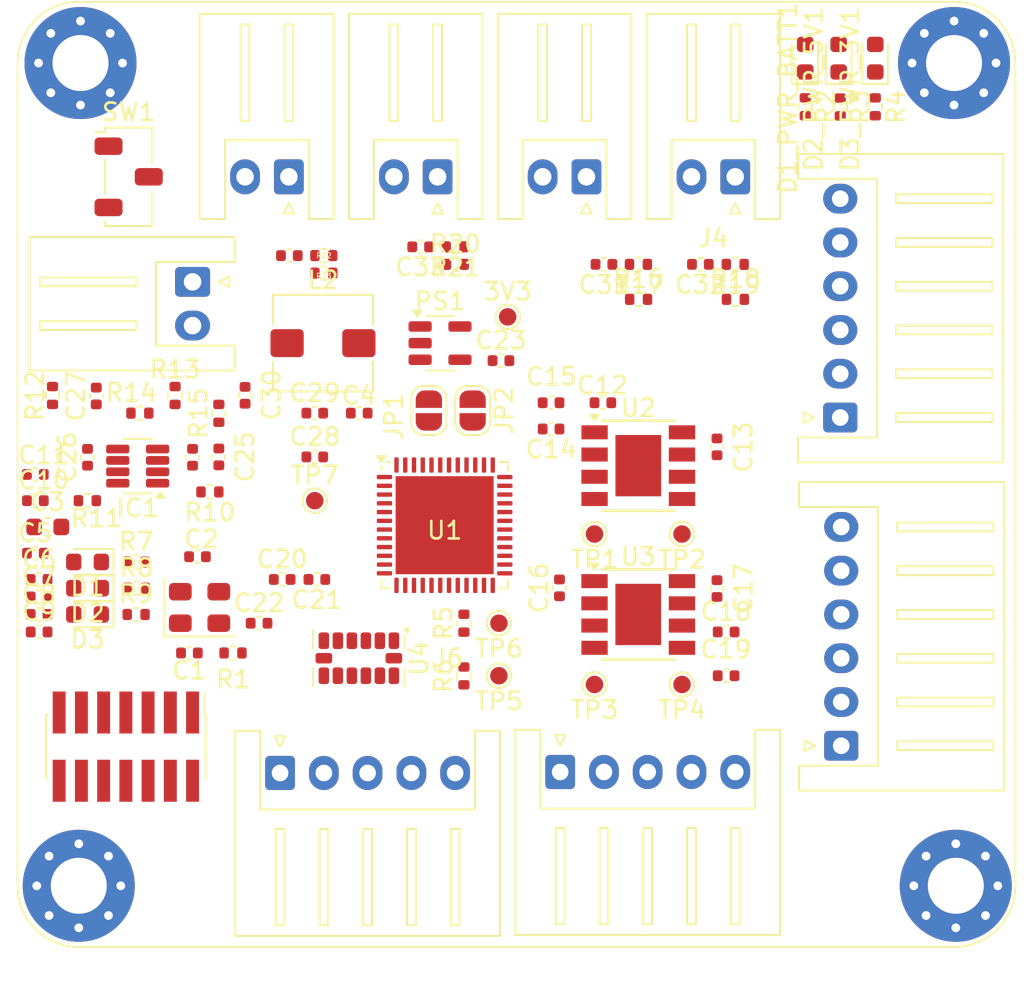
<source format=kicad_pcb>
(kicad_pcb (version 20241229) (generator "pcbnew") (generator_version "9.0")
  (layers (0 "F.Cu" signal) (4 "In1.Cu" signal) (6 "In2.Cu" signal) (2 "B.Cu" signal) (13 "F.Paste" user) (15 "B.Paste" user) (5 "F.SilkS" user "F.Silkscreen") (7 "B.SilkS" user "B.Silkscreen") (1 "F.Mask" user) (3 "B.Mask" user) (25 "Edge.Cuts" user))
  (net 0 "")
  (net 1 "+3.3V")
  (net 2 "Net-(C1-Pad2)")
  (net 3 "GND")
  (net 4 "Net-(U1-PF0)")
  (net 5 "+5V")
  (net 6 "/Actionneurs/MOTEUR1+")
  (net 7 "/Actionneurs/MOTEUR1-")
  (net 8 "+BATT")
  (net 9 "/Actionneurs/MOTEUR2+")
  (net 10 "/Actionneurs/MOTEUR2-")
  (net 11 "/STM32/NRST")
  (net 12 "Net-(IC1-VCC)")
  (net 13 "Net-(C27-Pad1)")
  (net 14 "Net-(IC1-SW)")
  (net 15 "Net-(C30-Pad1)")
  (net 16 "/STM32/BORDER_2")
  (net 17 "/STM32/BORDER_4")
  (net 18 "/STM32/BORDER_1")
  (net 19 "/STM32/BORDER_3")
  (net 20 "/STM32/LD_ST1")
  (net 21 "Net-(D1-K)")
  (net 22 "Net-(D1_PWR_BATT1-K)")
  (net 23 "/STM32/LD_ST2")
  (net 24 "Net-(D2-K)")
  (net 25 "Net-(D2_PWR_5V1-K)")
  (net 26 "Net-(D3-K)")
  (net 27 "/STM32/LD_ST3")
  (net 28 "Net-(D3_PWR_3V1-K)")
  (net 29 "Net-(IC1-PG)")
  (net 30 "Net-(IC1-EN{slash}SYNC)")
  (net 31 "Net-(IC1-BST)")
  (net 32 "Net-(IC1-FB)")
  (net 33 "Net-(J1-VCP_RX)")
  (net 34 "Net-(J1-VCP_TX)")
  (net 35 "/STM32/SWO")
  (net 39 "/STM32/SWDIO")
  (net 41 "/STM32/SWCLK")
  (net 42 "Net-(J2-Pin_1)")
  (net 43 "/Actionneurs/ENCOD_A1")
  (net 44 "/Actionneurs/ENCOD_B1")
  (net 47 "Net-(J4-Pin_1)")
  (net 48 "/Actionneurs/ENCOD_A2")
  (net 49 "/Actionneurs/ENCOD_B2")
  (net 50 "Net-(J7-Pin_1)")
  (net 51 "Net-(J8-Pin_1)")
  (net 52 "Net-(J9-Pin_1)")
  (net 53 "/STM32/RX_SWD")
  (net 54 "/STM32/TX_SWD")
  (net 56 "Net-(U1-PF1)")
  (net 57 "/STM32/SCL")
  (net 58 "/STM32/SDA")
  (net 60 "/Actionneurs/FWD1")
  (net 61 "/Actionneurs/REV1")
  (net 62 "/Actionneurs/FWD2")
  (net 63 "/Actionneurs/REV2")
  (net 65 "/STM32/LIDAR_M_CTR")
  (net 70 "/STM32/BLE_RX")
  (net 71 "/STM32/BLE_TX")
  (net 72 "/STM32/INT1_ACC")
  (net 74 "/STM32/LIDAR_TX")
  (net 76 "/STM32/INT2_ACC")
  (footprint "Jumper:SolderJumper-2_P1.3mm_Open_RoundedPad1.0x1.5mm" (layer "F.Cu") (at 161 98.35 -90)
    (property "Reference" "JP2" (at 0 -1.8 90) (layer "F.SilkS"))
    (property "Value" "SolderJumper_2_Open" (hide yes))
    (pad "1" smd custom (at -0.65 0 270) (size 1 0.5) (layers "F.Cu" "F.Mask") (net 34 "Net-(J1-VCP_TX)") (options (clearance outline) (anchor rect)) (primitives (gr_circle (center 0 0.25) (end 0.5 0.25) (width 0) (fill yes)) (gr_circle (center 0 -0.25) (end 0.5 -0.25) (width 0) (fill yes)) (gr_poly (pts (xy 0.5 0.75) (xy 0 0.75) (xy 0 -0.75) (xy 0.5 -0.75)) (width 0) (fill yes))))
    (pad "2" smd custom (at 0.65 0 270) (size 1 0.5) (layers "F.Cu" "F.Mask") (net 54 "/STM32/TX_SWD") (options (clearance outline) (anchor rect)) (primitives (gr_circle (center 0 0.25) (end 0.5 0.25) (width 0) (fill yes)) (gr_circle (center 0 -0.25) (end 0.5 -0.25) (width 0) (fill yes)) (gr_poly (pts (xy 0 0.75) (xy -0.5 0.75) (xy -0.5 -0.75) (xy 0 -0.75)) (width 0) (fill yes))))
  )
  (footprint "Resistor_SMD:R_0402_1005Metric" (layer "F.Cu") (at 138.99 103.5)
    (property "Reference" "R11" (at 0.51 1 0) (layer "F.SilkS"))
    (property "Value" "100k" (hide yes))
    (pad "1" smd roundrect (at -0.51 0) (size 0.54 0.64) (layers "F.Cu" "F.Mask" "F.Paste") (net 12 "Net-(IC1-VCC)"))
    (pad "2" smd roundrect (at 0.51 0) (size 0.54 0.64) (layers "F.Cu" "F.Mask" "F.Paste") (net 29 "Net-(IC1-PG)"))
  )
  (footprint "Resistor_SMD:R_0402_1005Metric" (layer "F.Cu") (at 160 89 180)
    (property "Reference" "R21" (at 0 -1.17 0) (layer "F.SilkS"))
    (property "Value" "10k" (hide yes))
    (pad "1" smd roundrect (at -0.51 0 180) (size 0.54 0.64) (layers "F.Cu" "F.Mask" "F.Paste") (net 51 "Net-(J8-Pin_1)"))
    (pad "2" smd roundrect (at 0.51 0 180) (size 0.54 0.64) (layers "F.Cu" "F.Mask" "F.Paste") (net 18 "/STM32/BORDER_1"))
  )
  (footprint "Capacitor_SMD:C_0402_1005Metric" (layer "F.Cu") (at 136.235 111)
    (property "Reference" "C9" (at 0 -1.16 0) (layer "F.SilkS"))
    (property "Value" "1u" (hide yes))
    (pad "1" smd roundrect (at -0.48 0) (size 0.56 0.62) (layers "F.Cu" "F.Mask" "F.Paste") (net 3 "GND"))
    (pad "2" smd roundrect (at 0.48 0) (size 0.56 0.62) (layers "F.Cu" "F.Mask" "F.Paste") (net 1 "+3.3V"))
  )
  (footprint "Capacitor_SMD:C_0402_1005Metric" (layer "F.Cu") (at 174.01 90 180)
    (property "Reference" "C32" (at 0 -1.16 0) (layer "F.SilkS"))
    (property "Value" "10n" (hide yes))
    (pad "1" smd roundrect (at -0.48 0 180) (size 0.56 0.62) (layers "F.Cu" "F.Mask" "F.Paste") (net 17 "/STM32/BORDER_4"))
    (pad "2" smd roundrect (at 0.48 0 180) (size 0.56 0.62) (layers "F.Cu" "F.Mask" "F.Paste") (net 3 "GND"))
  )
  (footprint "Connector_JST:JST_XH_S2B-XH-A_1x02_P2.50mm_Horizontal" (layer "F.Cu") (at 167.5 85 180)
    (property "Reference" "J7" (hide yes))
    (property "Value" "BORDER" (hide yes))
    (pad "1" thru_hole roundrect (at 0 0 180) (size 1.7 2) (drill 1) (layers "*.Cu" "*.Mask") (roundrect_rratio 0.147059) (net 50 "Net-(J7-Pin_1)"))
    (pad "2" thru_hole oval (at 2.5 0 180) (size 1.7 2) (drill 1) (layers "*.Cu" "*.Mask") (net 3 "GND"))
  )
  (footprint "MountingHole:MountingHole_3.2mm_M3_Pad_Via" (layer "F.Cu") (at 188.6 125.5)
    (property "Reference" "H3" (hide yes))
    (property "Value" "MountingHole_Pad" (hide yes))
    (pad "1" thru_hole circle (at -2.4 0) (size 0.8 0.8) (drill 0.5) (layers "*.Cu" "*.Mask") (net 3 "GND"))
    (pad "1" thru_hole circle (at -1.697056 -1.697056) (size 0.8 0.8) (drill 0.5) (layers "*.Cu" "*.Mask") (net 3 "GND"))
    (pad "1" thru_hole circle (at -1.697056 1.697056) (size 0.8 0.8) (drill 0.5) (layers "*.Cu" "*.Mask") (net 3 "GND"))
    (pad "1" thru_hole circle (at 0 -2.4) (size 0.8 0.8) (drill 0.5) (layers "*.Cu" "*.Mask") (net 3 "GND"))
    (pad "1" thru_hole circle (at 0 0) (size 6.4 6.4) (drill 3.2) (layers "*.Cu" "*.Mask") (net 3 "GND"))
    (pad "1" thru_hole circle (at 0 2.4) (size 0.8 0.8) (drill 0.5) (layers "*.Cu" "*.Mask") (net 3 "GND"))
    (pad "1" thru_hole circle (at 1.697056 -1.697056) (size 0.8 0.8) (drill 0.5) (layers "*.Cu" "*.Mask") (net 3 "GND"))
    (pad "1" thru_hole circle (at 1.697056 1.697056) (size 0.8 0.8) (drill 0.5) (layers "*.Cu" "*.Mask") (net 3 "GND"))
    (pad "1" thru_hole circle (at 2.4 0) (size 0.8 0.8) (drill 0.5) (layers "*.Cu" "*.Mask") (net 3 "GND"))
  )
  (footprint "Resistor_SMD:R_0402_1005Metric" (layer "F.Cu") (at 137 97.49 90)
    (property "Reference" "R12" (at -0.01 -1 90) (layer "F.SilkS"))
    (property "Value" "20R" (hide yes))
    (pad "1" smd roundrect (at -0.51 0 90) (size 0.54 0.64) (layers "F.Cu" "F.Mask" "F.Paste") (net 31 "Net-(IC1-BST)"))
    (pad "2" smd roundrect (at 0.51 0 90) (size 0.54 0.64) (layers "F.Cu" "F.Mask" "F.Paste") (net 13 "Net-(C27-Pad1)"))
  )
  (footprint "TestPoint:TestPoint_Pad_D1.0mm" (layer "F.Cu") (at 172.96 114 180)
    (property "Reference" "TP4" (at 0 -1.448 0) (layer "F.SilkS"))
    (property "Value" "TestPoint" (hide yes))
    (pad "1" smd circle (at 0 0 180) (size 1 1) (layers "F.Cu" "F.Mask") (net 63 "/Actionneurs/REV2"))
  )
  (footprint "Package_TO_SOT_SMD:TSOT-23-5" (layer "F.Cu") (at 159.1375 94.5)
    (property "Reference" "PS1" (at 0 -2.4 0) (layer "F.SilkS"))
    (property "Value" "BU33SD5WG-TR" (hide yes))
    (pad "1" smd roundrect (at -1.1375 -0.95) (size 1.325 0.6) (layers "F.Cu" "F.Mask" "F.Paste") (net 5 "+5V"))
    (pad "2" smd roundrect (at -1.1375 0) (size 1.325 0.6) (layers "F.Cu" "F.Mask" "F.Paste") (net 3 "GND"))
    (pad "3" smd roundrect (at -1.1375 0.95) (size 1.325 0.6) (layers "F.Cu" "F.Mask" "F.Paste") (net 5 "+5V"))
    (pad "4" smd roundrect (at 1.1375 0.95) (size 1.325 0.6) (layers "F.Cu" "F.Mask" "F.Paste"))
    (pad "5" smd roundrect (at 1.1375 -0.95) (size 1.325 0.6) (layers "F.Cu" "F.Mask" "F.Paste") (net 1 "+3.3V"))
  )
  (footprint "Capacitor_SMD:C_0402_1005Metric" (layer "F.Cu") (at 168.5 90 180)
    (property "Reference" "C31" (at 0 -1.16 0) (layer "F.SilkS"))
    (property "Value" "10n" (hide yes))
    (pad "1" smd roundrect (at -0.48 0 180) (size 0.56 0.62) (layers "F.Cu" "F.Mask" "F.Paste") (net 16 "/STM32/BORDER_2"))
    (pad "2" smd roundrect (at 0.48 0 180) (size 0.56 0.62) (layers "F.Cu" "F.Mask" "F.Paste") (net 3 "GND"))
  )
  (footprint "TestPoint:TestPoint_Pad_D1.0mm" (layer "F.Cu") (at 163 93)
    (property "Reference" "3V3" (at 0 -1.448 0) (layer "F.SilkS"))
    (property "Value" "TestPoint" (hide yes))
    (pad "1" smd circle (at 0 0) (size 1 1) (layers "F.Cu" "F.Mask") (net 1 "+3.3V"))
  )
  (footprint "Capacitor_SMD:C_0402_1005Metric" (layer "F.Cu") (at 136.02 102)
    (property "Reference" "C11" (at 0.48 -1.1 0) (layer "F.SilkS"))
    (property "Value" "100n" (hide yes))
    (pad "1" smd roundrect (at -0.48 0) (size 0.56 0.62) (layers "F.Cu" "F.Mask" "F.Paste") (net 3 "GND"))
    (pad "2" smd roundrect (at 0.48 0) (size 0.56 0.62) (layers "F.Cu" "F.Mask" "F.Paste") (net 1 "+3.3V"))
  )
  (footprint "TestPoint:TestPoint_Pad_D1.0mm" (layer "F.Cu") (at 167.96 105.405 180)
    (property "Reference" "TP1" (at 0 -1.448 0) (layer "F.SilkS"))
    (property "Value" "TestPoint" (hide yes))
    (pad "1" smd circle (at 0 0 180) (size 1 1) (layers "F.Cu" "F.Mask") (net 60 "/Actionneurs/FWD1"))
  )
  (footprint "Capacitor_SMD:C_0402_1005Metric" (layer "F.Cu") (at 139.5 97.52 90)
    (property "Reference" "C27" (at 0 -1.16 90) (layer "F.SilkS"))
    (property "Value" "100uF" (hide yes))
    (pad "1" smd roundrect (at -0.48 0 90) (size 0.56 0.62) (layers "F.Cu" "F.Mask" "F.Paste") (net 13 "Net-(C27-Pad1)"))
    (pad "2" smd roundrect (at 0.48 0 90) (size 0.56 0.62) (layers "F.Cu" "F.Mask" "F.Paste") (net 14 "Net-(IC1-SW)"))
  )
  (footprint "TestPoint:TestPoint_Pad_D1.0mm" (layer "F.Cu") (at 167.96 114 180)
    (property "Reference" "TP3" (at 0 -1.448 0) (layer "F.SilkS"))
    (property "Value" "TestPoint" (hide yes))
    (pad "1" smd circle (at 0 0 180) (size 1 1) (layers "F.Cu" "F.Mask") (net 62 "/Actionneurs/FWD2"))
  )
  (footprint "Capacitor_SMD:C_0402_1005Metric" (layer "F.Cu") (at 174.96 100.425 90)
    (property "Reference" "C13" (at -0.02 1.5 90) (layer "F.SilkS"))
    (property "Value" "100n" (hide yes))
    (pad "1" smd roundrect (at -0.48 0 90) (size 0.56 0.62) (layers "F.Cu" "F.Mask" "F.Paste") (net 7 "/Actionneurs/MOTEUR1-"))
    (pad "2" smd roundrect (at 0.48 0 90) (size 0.56 0.62) (layers "F.Cu" "F.Mask" "F.Paste") (net 3 "GND"))
  )
  (footprint "LED_SMD:LED_0603_1608Metric" (layer "F.Cu") (at 184 78.2225 90)
    (property "Reference" "D3_PWR_3V1" (at -1.7775 -1.43 90) (layer "F.SilkS"))
    (property "Value" "LED" (hide yes))
    (pad "1" smd roundrect (at -0.7875 0 90) (size 0.875 0.95) (layers "F.Cu" "F.Mask" "F.Paste") (net 28 "Net-(D3_PWR_3V1-K)"))
    (pad "2" smd roundrect (at 0.7875 0 90) (size 0.875 0.95) (layers "F.Cu" "F.Mask" "F.Paste") (net 1 "+3.3V"))
  )
  (footprint "Package_SO:Diodes_SO-8EP" (layer "F.Cu") (at 170.46 110)
    (property "Reference" "U3" (at 0 -3.3 0) (layer "F.SilkS"))
    (property "Value" "ZXBM5210-SP" (hide yes))
    (pad "1" smd rect (at -2.4975 -1.905) (size 1.505 0.802) (layers "F.Cu" "F.Mask" "F.Paste") (net 9 "/Actionneurs/MOTEUR2+"))
    (pad "2" smd rect (at -2.4975 -0.635) (size 1.505 0.802) (layers "F.Cu" "F.Mask" "F.Paste") (net 8 "+BATT"))
    (pad "3" smd rect (at -2.4975 0.635) (size 1.505 0.802) (layers "F.Cu" "F.Mask" "F.Paste") (net 8 "+BATT"))
    (pad "4" smd rect (at -2.4975 1.905) (size 1.505 0.802) (layers "F.Cu" "F.Mask" "F.Paste") (net 62 "/Actionneurs/FWD2"))
    (pad "5" smd rect (at 2.4975 1.905) (size 1.505 0.802) (layers "F.Cu" "F.Mask" "F.Paste") (net 63 "/Actionneurs/REV2"))
    (pad "6" smd rect (at 2.4975 0.635) (size 1.505 0.802) (layers "F.Cu" "F.Mask" "F.Paste") (net 8 "+BATT"))
    (pad "7" smd rect (at 2.4975 -0.635) (size 1.505 0.802) (layers "F.Cu" "F.Mask" "F.Paste") (net 10 "/Actionneurs/MOTEUR2-"))
    (pad "8" smd rect (at 2.4975 -1.905) (size 1.505 0.802) (layers "F.Cu" "F.Mask" "F.Paste") (net 3 "GND"))
    (pad "9" smd rect (at 0 0) (size 2.613 3.502) (layers "F.Cu" "F.Mask" "F.Paste") (net 3 "GND"))
  )
  (footprint "Capacitor_SMD:C_0402_1005Metric" (layer "F.Cu") (at 136.235 108)
    (property "Reference" "C6" (at 0 -1.16 0) (layer "F.SilkS"))
    (property "Value" "100n" (hide yes))
    (pad "1" smd roundrect (at -0.48 0) (size 0.56 0.62) (layers "F.Cu" "F.Mask" "F.Paste") (net 3 "GND"))
    (pad "2" smd roundrect (at 0.48 0) (size 0.56 0.62) (layers "F.Cu" "F.Mask" "F.Paste") (net 1 "+3.3V"))
  )
  (footprint "Package_TO_SOT_SMD:TSOT-23-8" (layer "F.Cu") (at 141.8625 101.525 180)
    (property "Reference" "IC1" (at 0 -2.4 0) (layer "F.SilkS"))
    (property "Value" "MP1475DJ-LF-P" (hide yes))
    (pad "1" smd roundrect (at -1.1375 -0.975 180) (size 1.325 0.5) (layers "F.Cu" "F.Mask" "F.Paste") (net 29 "Net-(IC1-PG)"))
    (pad "2" smd roundrect (at -1.1375 -0.325 180) (size 1.325 0.5) (layers "F.Cu" "F.Mask" "F.Paste") (net 8 "+BATT"))
    (pad "3" smd roundrect (at -1.1375 0.325 180) (size 1.325 0.5) (layers "F.Cu" "F.Mask" "F.Paste") (net 14 "Net-(IC1-SW)"))
    (pad "4" smd roundrect (at -1.1375 0.975 180) (size 1.325 0.5) (layers "F.Cu" "F.Mask" "F.Paste") (net 3 "GND"))
    (pad "5" smd roundrect (at 1.1375 0.975 180) (size 1.325 0.5) (layers "F.Cu" "F.Mask" "F.Paste") (net 31 "Net-(IC1-BST)"))
    (pad "6" smd roundrect (at 1.1375 0.325 180) (size 1.325 0.5) (layers "F.Cu" "F.Mask" "F.Paste") (net 30 "Net-(IC1-EN{slash}SYNC)"))
    (pad "7" smd roundrect (at 1.1375 -0.325 180) (size 1.325 0.5) (layers "F.Cu" "F.Mask" "F.Paste") (net 12 "Net-(IC1-VCC)"))
    (pad "8" smd roundrect (at 1.1375 -0.975 180) (size 1.325 0.5) (layers "F.Cu" "F.Mask" "F.Paste") (net 32 "Net-(IC1-FB)"))
  )
  (footprint "LED_SMD:LED_0603_1608Metric" (layer "F.Cu") (at 139 110 180)
    (property "Reference" "D3" (at 0 -1.43 0) (layer "F.SilkS"))
    (property "Value" "LED" (hide yes))
    (pad "1" smd roundrect (at -0.7875 0 180) (size 0.875 0.95) (layers "F.Cu" "F.Mask" "F.Paste") (net 26 "Net-(D3-K)"))
    (pad "2" smd roundrect (at 0.7875 0 180) (size 0.875 0.95) (layers "F.Cu" "F.Mask" "F.Paste") (net 27 "/STM32/LD_ST3"))
  )
  (footprint "Capacitor_SMD:C_0402_1005Metric" (layer "F.Cu") (at 152.1 108 180)
    (property "Reference" "C21" (at 0 -1.16 0) (layer "F.SilkS"))
    (property "Value" "100nF" (hide yes))
    (pad "1" smd roundrect (at -0.48 0 180) (size 0.56 0.62) (layers "F.Cu" "F.Mask" "F.Paste") (net 3 "GND"))
    (pad "2" smd roundrect (at 0.48 0 180) (size 0.56 0.62) (layers "F.Cu" "F.Mask" "F.Paste") (net 1 "+3.3V"))
  )
  (footprint "MountingHole:MountingHole_3.2mm_M3_Pad_Via" (layer "F.Cu") (at 138.5 125.5)
    (property "Reference" "H4" (hide yes))
    (property "Value" "MountingHole_Pad" (hide yes))
    (pad "1" thru_hole circle (at -2.4 0) (size 0.8 0.8) (drill 0.5) (layers "*.Cu" "*.Mask") (net 3 "GND"))
    (pad "1" thru_hole circle (at -1.697056 -1.697056) (size 0.8 0.8) (drill 0.5) (layers "*.Cu" "*.Mask") (net 3 "GND"))
    (pad "1" thru_hole circle (at -1.697056 1.697056) (size 0.8 0.8) (drill 0.5) (layers "*.Cu" "*.Mask") (net 3 "GND"))
    (pad "1" thru_hole circle (at 0 -2.4) (size 0.8 0.8) (drill 0.5) (layers "*.Cu" "*.Mask") (net 3 "GND"))
    (pad "1" thru_hole circle (at 0 0) (size 6.4 6.4) (drill 3.2) (layers "*.Cu" "*.Mask") (net 3 "GND"))
    (pad "1" thru_hole circle (at 0 2.4) (size 0.8 0.8) (drill 0.5) (layers "*.Cu" "*.Mask") (net 3 "GND"))
    (pad "1" thru_hole circle (at 1.697056 -1.697056) (size 0.8 0.8) (drill 0.5) (layers "*.Cu" "*.Mask") (net 3 "GND"))
    (pad "1" thru_hole circle (at 1.697056 1.697056) (size 0.8 0.8) (drill 0.5) (layers "*.Cu" "*.Mask") (net 3 "GND"))
    (pad "1" thru_hole circle (at 2.4 0) (size 0.8 0.8) (drill 0.5) (layers "*.Cu" "*.Mask") (net 3 "GND"))
  )
  (footprint "Resistor_SMD:R_0402_1005Metric" (layer "F.Cu") (at 160.01 90)
    (property "Reference" "R20" (at 0 -1.17 0) (layer "F.SilkS"))
    (property "Value" "10k" (hide yes))
    (pad "1" smd roundrect (at -0.51 0) (size 0.54 0.64) (layers "F.Cu" "F.Mask" "F.Paste") (net 1 "+3.3V"))
    (pad "2" smd roundrect (at 0.51 0) (size 0.54 0.64) (layers "F.Cu" "F.Mask" "F.Paste") (net 51 "Net-(J8-Pin_1)"))
  )
  (footprint "Resistor_SMD:R_0402_1005Metric" (layer "F.Cu") (at 147.31 112.2)
    (property "Reference" "R1" (at 0.01 1.5 0) (layer "F.SilkS"))
    (property "Value" "10" (hide yes))
    (pad "1" smd roundrect (at -0.51 0) (size 0.54 0.64) (layers "F.Cu" "F.Mask" "F.Paste") (net 2 "Net-(C1-Pad2)"))
    (pad "2" smd roundrect (at 0.51 0) (size 0.54 0.64) (layers "F.Cu" "F.Mask" "F.Paste") (net 56 "Net-(U1-PF1)"))
  )
  (footprint "Resistor_SMD:R_0402_1005Metric" (layer "F.Cu") (at 170.47 90 180)
    (property "Reference" "R17" (at 0 -1.17 0) (layer "F.SilkS"))
    (property "Value" "10k" (hide yes))
    (pad "1" smd roundrect (at -0.51 0 180) (size 0.54 0.64) (layers "F.Cu" "F.Mask" "F.Paste") (net 50 "Net-(J7-Pin_1)"))
    (pad "2" smd roundrect (at 0.51 0 180) (size 0.54 0.64) (layers "F.Cu" "F.Mask" "F.Paste") (net 16 "/STM32/BORDER_2"))
  )
  (footprint "Resistor_SMD:R_0402_1005Metric" (layer "F.Cu") (at 141.7775 110)
    (property "Reference" "R9" (at 0 -1.17 0) (layer "F.SilkS"))
    (property "Value" "1k6" (hide yes))
    (pad "1" smd roundrect (at -0.51 0) (size 0.54 0.64) (layers "F.Cu" "F.Mask" "F.Paste") (net 26 "Net-(D3-K)"))
    (pad "2" smd roundrect (at 0.51 0) (size 0.54 0.64) (layers "F.Cu" "F.Mask" "F.Paste") (net 3 "GND"))
  )
  (footprint "Button_Switch_SMD:Nidec_Copal_CAS-120A" (layer "F.Cu") (at 141.35 85)
    (property "Reference" "SW1" (at 0 -3.7 0) (layer "F.SilkS"))
    (property "Value" "ON/OFF" (hide yes))
    (pad "1" smd roundrect (at -1.15 -1.75 270) (size 1 1.6) (layers "F.Cu" "F.Mask" "F.Paste"))
    (pad "2" smd roundrect (at 1.15 0 270) (size 1 1.6) (layers "F.Cu" "F.Mask" "F.Paste") (net 8 "+BATT"))
    (pad "3" smd roundrect (at -1.15 1.75 270) (size 1 1.6) (layers "F.Cu" "F.Mask" "F.Paste") (net 42 "Net-(J2-Pin_1)"))
  )
  (footprint "Capacitor_SMD:C_0402_1005Metric" (layer "F.Cu") (at 175.48 113.5)
    (property "Reference" "C19" (at -0.0175 -1.5 0) (layer "F.SilkS"))
    (property "Value" "1u" (hide yes))
    (pad "1" smd roundrect (at -0.48 0) (size 0.56 0.62) (layers "F.Cu" "F.Mask" "F.Paste") (net 8 "+BATT"))
    (pad "2" smd roundrect (at 0.48 0) (size 0.56 0.62) (layers "F.Cu" "F.Mask" "F.Paste") (net 3 "GND"))
  )
  (footprint "TestPoint:TestPoint_Pad_D1.0mm" (layer "F.Cu") (at 162.5 113.5 180)
    (property "Reference" "TP5" (at 0 -1.448 0) (layer "F.SilkS"))
    (property "Value" "TestPoint" (hide yes))
    (pad "1" smd circle (at 0 0 180) (size 1 1) (layers "F.Cu" "F.Mask") (net 58 "/STM32/SDA"))
  )
  (footprint "Package_SO:Diodes_SO-8EP" (layer "F.Cu") (at 170.4625 101.5)
    (property "Reference" "U2" (at 0 -3.3 0) (layer "F.SilkS"))
    (property "Value" "ZXBM5210-SP" (hide yes))
    (pad "1" smd rect (at -2.4975 -1.905) (size 1.505 0.802) (layers "F.Cu" "F.Mask" "F.Paste") (net 6 "/Actionneurs/MOTEUR1+"))
    (pad "2" smd rect (at -2.4975 -0.635) (size 1.505 0.802) (layers "F.Cu" "F.Mask" "F.Paste") (net 8 "+BATT"))
    (pad "3" smd rect (at -2.4975 0.635) (size 1.505 0.802) (layers "F.Cu" "F.Mask" "F.Paste") (net 8 "+BATT"))
    (pad "4" smd rect (at -2.4975 1.905) (size 1.505 0.802) (layers "F.Cu" "F.Mask" "F.Paste") (net 60 "/Actionneurs/FWD1"))
    (pad "5" smd rect (at 2.4975 1.905) (size 1.505 0.802) (layers "F.Cu" "F.Mask" "F.Paste") (net 61 "/Actionneurs/REV1"))
    (pad "6" smd rect (at 2.4975 0.635) (size 1.505 0.802) (layers "F.Cu" "F.Mask" "F.Paste") (net 8 "+BATT"))
    (pad "7" smd rect (at 2.4975 -0.635) (size 1.505 0.802) (layers "F.Cu" "F.Mask" "F.Paste") (net 7 "/Actionneurs/MOTEUR1-"))
    (pad "8" smd rect (at 2.4975 -1.905) (size 1.505 0.802) (layers "F.Cu" "F.Mask" "F.Paste") (net 3 "GND"))
    (pad "9" smd rect (at 0 0) (size 2.613 3.502) (layers "F.Cu" "F.Mask" "F.Paste") (net 3 "GND"))
  )
  (footprint "Capacitor_SMD:C_0402_1005Metric" (layer "F.Cu") (at 150.12 108)
    (property "Reference" "C20" (at 0 -1.16 0) (layer "F.SilkS"))
    (property "Value" "1uF" (hide yes))
    (pad "1" smd roundrect (at -0.48 0) (size 0.56 0.62) (layers "F.Cu" "F.Mask" "F.Paste") (net 3 "GND"))
    (pad "2" smd roundrect (at 0.48 0) (size 0.56 0.62) (layers "F.Cu" "F.Mask" "F.Paste") (net 1 "+3.3V"))
  )
  (footprint "Resistor_SMD:R_0402_1005Metric" (layer "F.Cu") (at 152.5 89.5 180)
    (property "Reference" "R23" (at 0 -1.17 0) (layer "F.SilkS") (effects (font (size 0.3 0.3) (thickness 0.05) (bold yes))))
    (property "Value" "10k" (hide yes))
    (pad "1" smd roundrect (at -0.51 0 180) (size 0.54 0.64) (layers "F.Cu" "F.Mask" "F.Paste") (net 52 "Net-(J9-Pin_1)"))
    (pad "2" smd roundrect (at 0.51 0 180) (size 0.54 0.64) (layers "F.Cu" "F.Mask" "F.Paste") (net 19 "/STM32/BORDER_3"))
  )
  (footprint "Capacitor_SMD:C_0402_1005Metric" (layer "F.Cu") (at 148 97.48 90)
    (property "Reference" "C30" (at 0.02 1.5 90) (layer "F.SilkS"))
    (property "Value" "15pF" (hide yes))
    (pad "1" smd roundrect (at -0.48 0 90) (size 0.56 0.62) (layers "F.Cu" "F.Mask" "F.Paste") (net 15 "Net-(C30-Pad1)"))
    (pad "2" smd roundrect (at 0.48 0 90) (size 0.56 0.62) (layers "F.Cu" "F.Mask" "F.Paste") (net 5 "+5V"))
  )
  (footprint "MountingHole:MountingHole_3.2mm_M3_Pad_Via" (layer "F.Cu") (at 138.6 78.5)
    (property "Reference" "H1" (hide yes))
    (property "Value" "MountingHole_Pad" (hide yes))
    (pad "1" thru_hole circle (at -2.4 0) (size 0.8 0.8) (drill 0.5) (layers "*.Cu" "*.Mask") (net 3 "GND"))
    (pad "1" thru_hole circle (at -1.697056 -1.697056) (size 0.8 0.8) (drill 0.5) (layers "*.Cu" "*.Mask") (net 3 "GND"))
    (pad "1" thru_hole circle (at -1.697056 1.697056) (size 0.8 0.8) (drill 0.5) (layers "*.Cu" "*.Mask") (net 3 "GND"))
    (pad "1" thru_hole circle (at 0 -2.4) (size 0.8 0.8) (drill 0.5) (layers "*.Cu" "*.Mask") (net 3 "GND"))
    (pad "1" thru_hole circle (at 0 0) (size 6.4 6.4) (drill 3.2) (layers "*.Cu" "*.Mask") (net 3 "GND"))
    (pad "1" thru_hole circle (at 0 2.4) (size 0.8 0.8) (drill 0.5) (layers "*.Cu" "*.Mask") (net 3 "GND"))
    (pad "1" thru_hole circle (at 1.697056 -1.697056) (size 0.8 0.8) (drill 0.5) (layers "*.Cu" "*.Mask") (net 3 "GND"))
    (pad "1" thru_hole circle (at 1.697056 1.697056) (size 0.8 0.8) (drill 0.5) (layers "*.Cu" "*.Mask") (net 3 "GND"))
    (pad "1" thru_hole circle (at 2.4 0) (size 0.8 0.8) (drill 0.5) (layers "*.Cu" "*.Mask") (net 3 "GND"))
  )
  (footprint "Capacitor_SMD:C_0402_1005Metric" (layer "F.Cu") (at 165.96 108.48 90)
    (property "Reference" "C16" (at 0 -1.16 90) (layer "F.SilkS"))
    (property "Value" "100n" (hide yes))
    (pad "1" smd roundrect (at -0.48 0 90) (size 0.56 0.62) (layers "F.Cu" "F.Mask" "F.Paste") (net 3 "GND"))
    (pad "2" smd roundrect (at 0.48 0 90) (size 0.56 0.62) (layers "F.Cu" "F.Mask" "F.Paste") (net 9 "/Actionneurs/MOTEUR2+"))
  )
  (footprint "Capacitor_SMD:C_0603_1608Metric" (layer "F.Cu") (at 136.725 105)
    (property "Reference" "C3" (at 0 -1.43 0) (layer "F.SilkS"))
    (property "Value" "4.7uF" (hide yes))
    (pad "1" smd roundrect (at -0.775 0) (size 0.9 0.95) (layers "F.Cu" "F.Mask" "F.Paste") (net 3 "GND"))
    (pad "2" smd roundrect (at 0.775 0) (size 0.9 0.95) (layers "F.Cu" "F.Mask" "F.Paste") (net 1 "+3.3V"))
  )
  (footprint "Package_DFN_QFN:QFN-48-1EP_7x7mm_P0.5mm_EP5.6x5.6mm" (layer "F.Cu") (at 159.4 104.9)
    (property "Reference" "U1" (at 0 0.3 0) (layer "F.SilkS"))
    (property "Value" "STM32G431CBUx" (hide yes))
    (pad "1" smd roundrect (at -3.4375 -2.75) (size 0.875 0.25) (layers "F.Cu" "F.Mask" "F.Paste") (net 1 "+3.3V"))
    (pad "2" smd roundrect (at -3.4375 -2.25) (size 0.875 0.25) (layers "F.Cu" "F.Mask" "F.Paste") (net 20 "/STM32/LD_ST1"))
    (pad "3" smd roundrect (at -3.4375 -1.75) (size 0.875 0.25) (layers "F.Cu" "F.Mask" "F.Paste") (net 23 "/STM32/LD_ST2"))
    (pad "4" smd roundrect (at -3.4375 -1.25) (size 0.875 0.25) (layers "F.Cu" "F.Mask" "F.Paste") (net 27 "/STM32/LD_ST3"))
    (pad "5" smd roundrect (at -3.4375 -0.75) (size 0.875 0.25) (layers "F.Cu" "F.Mask" "F.Paste") (net 4 "Net-(U1-PF0)"))
    (pad "6" smd roundrect (at -3.4375 -0.25) (size 0.875 0.25) (layers "F.Cu" "F.Mask" "F.Paste") (net 56 "Net-(U1-PF1)"))
    (pad "7" smd roundrect (at -3.4375 0.25) (size 0.875 0.25) (layers "F.Cu" "F.Mask" "F.Paste") (net 11 "/STM32/NRST"))
    (pad "8" smd roundrect (at -3.4375 0.75) (size 0.875 0.25) (layers "F.Cu" "F.Mask" "F.Paste") (net 18 "/STM32/BORDER_1"))
    (pad "9" smd roundrect (at -3.4375 1.25) (size 0.875 0.25) (layers "F.Cu" "F.Mask" "F.Paste") (net 16 "/STM32/BORDER_2"))
    (pad "10" smd roundrect (at -3.4375 1.75) (size 0.875 0.25) (layers "F.Cu" "F.Mask" "F.Paste") (net 19 "/STM32/BORDER_3"))
    (pad "11" smd roundrect (at -3.4375 2.25) (size 0.875 0.25) (layers "F.Cu" "F.Mask" "F.Paste") (net 74 "/STM32/LIDAR_TX"))
    (pad "12" smd roundrect (at -3.4375 2.75) (size 0.875 0.25) (layers "F.Cu" "F.Mask" "F.Paste") (net 17 "/STM32/BORDER_4"))
    (pad "13" smd roundrect (at -2.75 3.4375) (size 0.25 0.875) (layers "F.Cu" "F.Mask" "F.Paste"))
    (pad "14" smd roundrect (at -2.25 3.4375) (size 0.25 0.875) (layers "F.Cu" "F.Mask" "F.Paste") (net 72 "/STM32/INT1_ACC"))
    (pad "15" smd roundrect (at -1.75 3.4375) (size 0.25 0.875) (layers "F.Cu" "F.Mask" "F.Paste") (net 76 "/STM32/INT2_ACC"))
    (pad "16" smd roundrect (at -1.25 3.4375) (size 0.25 0.875) (layers "F.Cu" "F.Mask" "F.Paste"))
    (pad "17" smd roundrect (at -0.75 3.4375) (size 0.25 0.875) (layers "F.Cu" "F.Mask" "F.Paste"))
    (pad "18" smd roundrect (at -0.25 3.4375) (size 0.25 0.875) (layers "F.Cu" "F.Mask" "F.Paste"))
    (pad "19" smd roundrect (at 0.25 3.4375) (size 0.25 0.875) (layers "F.Cu" "F.Mask" "F.Paste"))
    (pad "20" smd roundrect (at 0.75 3.4375) (size 0.25 0.875) (layers "F.Cu" "F.Mask" "F.Paste") (net 1 "+3.3V"))
    (pad "21" smd roundrect (at 1.25 3.4375) (size 0.25 0.875) (layers "F.Cu" "F.Mask" "F.Paste") (net 1 "+3.3V"))
    (pad "22" smd roundrect (at 1.75 3.4375) (size 0.25 0.875) (layers "F.Cu" "F.Mask" "F.Paste") (net 70 "/STM32/BLE_RX"))
    (pad "23" smd roundrect (at 2.25 3.4375) (size 0.25 0.875) (layers "F.Cu" "F.Mask" "F.Paste") (net 1 "+3.3V"))
    (pad "24" smd roundrect (at 2.75 3.4375) (size 0.25 0.875) (layers "F.Cu" "F.Mask" "F.Paste") (net 71 "/STM32/BLE_TX"))
    (pad "25" smd roundrect (at 3.4375 2.75) (size 0.875 0.25) (layers "F.Cu" "F.Mask" "F.Paste"))
    (pad "26" smd roundrect (at 3.4375 2.25) (size 0.875 0.25) (layers "F.Cu" "F.Mask" "F.Paste") (net 57 "/STM32/SCL"))
    (pad "27" smd roundrect (at 3.4375 1.75) (size 0.875 0.25) (layers "F.Cu" "F.Mask" "F.Paste") (net 58 "/STM32/SDA"))
    (pad "28" smd roundrect (at 3.4375 1.25) (size 0.875 0.25) (layers "F.Cu" "F.Mask" "F.Paste"))
    (pad "29" smd roundrect (at 3.4375 0.75) (size 0.875 0.25) (layers "F.Cu" "F.Mask" "F.Paste"))
    (pad "30" smd roundrect (at 3.4375 0.25) (size 0.875 0.25) (layers "F.Cu" "F.Mask" "F.Paste") (net 60 "/Actionneurs/FWD1"))
    (pad "31" smd roundrect (at 3.4375 -0.25) (size 0.875 0.25) (layers "F.Cu" "F.Mask" "F.Paste") (net 62 "/Actionneurs/FWD2"))
    (pad "32" smd roundrect (at 3.4375 -0.75) (size 0.875 0.25) (layers "F.Cu" "F.Mask" "F.Paste") (net 65 "/STM32/LIDAR_M_CTR"))
    (pad "33" smd roundrect (at 3.4375 -1.25) (size 0.875 0.25) (layers "F.Cu" "F.Mask" "F.Paste"))
    (pad "34" smd roundrect (at 3.4375 -1.75) (size 0.875 0.25) (layers "F.Cu" "F.Mask" "F.Paste"))
    (pad "35" smd roundrect (at 3.4375 -2.25) (size 0.875 0.25) (layers "F.Cu" "F.Mask" "F.Paste") (net 1 "+3.3V"))
    (pad "36" smd roundrect (at 3.4375 -2.75) (size 0.875 0.25) (layers "F.Cu" "F.Mask" "F.Paste") (net 39 "/STM32/SWDIO"))
    (pad "37" smd roundrect (at 2.75 -3.4375) (size 0.25 0.875) (layers "F.Cu" "F.Mask" "F.Paste") (net 41 "/STM32/SWCLK"))
    (pad "38" smd roundrect (at 2.25 -3.4375) (size 0.25 0.875) (layers "F.Cu" "F.Mask" "F.Paste"))
    (pad "39" smd roundrect (at 1.75 -3.4375) (size 0.25 0.875) (layers "F.Cu" "F.Mask" "F.Paste") (net 54 "/STM32/TX_SWD"))
    (pad "40" smd roundrect (at 1.25 -3.4375) (size 0.25 0.875) (layers "F.Cu" "F.Mask" "F.Paste") (net 53 "/STM32/RX_SWD"))
    (pad "41" smd roundrect (at 0.75 -3.4375) (size 0.25 0.875) (layers "F.Cu" "F.Mask" "F.Paste") (net 35 "/STM32/SWO"))
    (pad "42" smd roundrect (at 0.25 -3.4375) (size 0.25 0.875) (layers "F.Cu" "F.Mask" "F.Paste") (net 44 "/Actionneurs/ENCOD_B1"))
    (pad "43" smd roundrect (at -0.25 -3.4375) (size 0.25 0.875) (layers "F.Cu" "F.Mask" "F.Paste") (net 43 "/Actionneurs/ENCOD_A1"))
    (pad "44" smd roundrect (at -0.75 -3.4375) (size 0.25 0.875) (layers "F.Cu" "F.Mask" "F.Paste") (net 48 "/Actionneurs/ENCOD_A2"))
    (pad "45" smd roundrect (at -1.25 -3.4375) (size 0.25 0.875) (layers "F.Cu" "F.Mask" "F.Paste") (net 49 "/Actionneurs/ENCOD_B2"))
    (pad "46" smd roundrect (at -1.75 -3.4375) (size 0.25 0.875) (layers "F.Cu" "F.Mask" "F.Paste") (net 61 "/Actionneurs/REV1"))
    (pad "47" smd roundrect (at -2.25 -3.4375) (size 0.25 0.875) (layers "F.Cu" "F.Mask" "F.Paste") (net 63 "/Actionneurs/REV2"))
    (pad "48" smd roundrect (at -2.75 -3.4375) (size 0.25 0.875) (layers "F.Cu" "F.Mask" "F.Paste") (net 1 "+3.3V"))
    (pad "49" smd rect (at 0 0) (size 5.6 5.6) (property pad_prop_heatsink) (layers "F.Cu" "F.Mask") (net 3 "GND"))
  )
  (footprint "Capacitor_SMD:C_0402_1005Metric" (layer "F.Cu") (at 146.5 101 90)
    (property "Reference" "C25" (at 0 1.5 90) (layer "F.SilkS"))
    (property "Value" "100nF" (hide yes))
    (pad "1" smd roundrect (at -0.48 0 90) (size 0.56 0.62) (layers "F.Cu" "F.Mask" "F.Paste") (net 8 "+BATT"))
    (pad "2" smd roundrect (at 0.48 0 90) (size 0.56 0.62) (layers "F.Cu" "F.Mask" "F.Paste") (net 3 "GND"))
  )
  (footprint "Resistor_SMD:R_0402_1005Metric" (layer "F.Cu") (at 182 81.01 -90)
    (property "Reference" "R3" (at 0 -1.17 90) (layer "F.SilkS"))
    (property "Value" "3k3" (hide yes))
    (pad "1" smd roundrect (at -0.51 0 270) (size 0.54 0.64) (layers "F.Cu" "F.Mask" "F.Paste") (net 25 "Net-(D2_PWR_5V1-K)"))
    (pad "2" smd roundrect (at 0.51 0 270) (size 0.54 0.64) (layers "F.Cu" "F.Mask" "F.Paste") (net 3 "GND"))
  )
  (footprint "Resistor_SMD:R_0402_1005Metric" (layer "F.Cu") (at 170.48 92)
    (property "Reference" "R16" (at 0 -1.17 0) (layer "F.SilkS"))
    (property "Value" "10k" (hide yes))
    (pad "1" smd roundrect (at -0.51 0) (size 0.54 0.64) (layers "F.Cu" "F.Mask" "F.Paste") (net 1 "+3.3V"))
    (pad "2" smd roundrect (at 0.51 0) (size 0.54 0.64) (layers "F.Cu" "F.Mask" "F.Paste") (net 50 "Net-(J7-Pin_1)"))
  )
  (footprint "Capacitor_SMD:C_0402_1005Metric" (layer "F.Cu") (at 175.48 111)
    (property "Reference" "C18" (at 0 -1.16 0) (layer "F.SilkS"))
    (property "Value" "10u" (hide yes))
    (pad "1" smd roundrect (at -0.48 0) (size 0.56 0.62) (layers "F.Cu" "F.Mask" "F.Paste") (net 8 "+BATT"))
    (pad "2" smd roundrect (at 0.48 0) (size 0.56 0.62) (layers "F.Cu" "F.Mask" "F.Paste") (net 3 "GND"))
  )
  (footprint "Connector_JST:JST_XH_S2B-XH-A_1x02_P2.50mm_Horizontal" (layer "F.Cu") (at 159 85 180)
    (property "Reference" "J8" (hide yes))
    (property "Value" "BORDER" (hide yes))
    (pad "1" thru_hole roundrect (at 0 0 180) (size 1.7 2) (drill 1) (layers "*.Cu" "*.Mask") (roundrect_rratio 0.147059) (net 51 "Net-(J8-Pin_1)"))
    (pad "2" thru_hole oval (at 2.5 0 180) (size 1.7 2) (drill 1) (layers "*.Cu" "*.Mask") (net 3 "GND"))
  )
  (footprint "Resistor_SMD:R_0402_1005Metric" (layer "F.Cu") (at 144 97.49 90)
    (property "Reference" "R13" (at 1.49 0 180) (layer "F.SilkS"))
    (property "Value" "40.2k" (hide yes))
    (pad "1" smd roundrect (at -0.51 0 90) (size 0.54 0.64) (layers "F.Cu" "F.Mask" "F.Paste") (net 15 "Net-(C30-Pad1)"))
    (pad "2" smd roundrect (at 0.51 0 90) (size 0.54 0.64) (layers "F.Cu" "F.Mask" "F.Paste") (net 5 "+5V"))
  )
  (footprint "Capacitor_SMD:C_0402_1005Metric" (layer "F.Cu") (at 150.53 89.5 180)
    (property "Reference" "C34" (hide yes))
    (property "Value" "10n" (hide yes))
    (pad "1" smd roundrect (at -0.48 0 180) (size 0.56 0.62) (layers "F.Cu" "F.Mask" "F.Paste") (net 19 "/STM32/BORDER_3"))
    (pad "2" smd roundrect (at 0.48 0 180) (size 0.56 0.62) (layers "F.Cu" "F.Mask" "F.Paste") (net 3 "GND"))
  )
  (footprint "Resistor_SMD:R_0402_1005Metric" (layer "F.Cu") (at 145.99 103 180)
    (property "Reference" "R10" (at 0 -1.17 0) (layer "F.SilkS"))
    (property "Value" "100k" (hide yes))
    (pad "1" smd roundrect (at -0.51 0 180) (size 0.54 0.64) (layers "F.Cu" "F.Mask" "F.Paste") (net 8 "+BATT"))
    (pad "2" smd roundrect (at 0.51 0 180) (size 0.54 0.64) (layers "F.Cu" "F.Mask" "F.Paste") (net 30 "Net-(IC1-EN{slash}SYNC)"))
  )
  (footprint "Capacitor_SMD:C_0402_1005Metric" (layer "F.Cu") (at 174.96 108.52 90)
    (property "Reference" "C17" (at 0 1.5 90) (layer "F.SilkS"))
    (property "Value" "100n" (hide yes))
    (pad "1" smd roundrect (at -0.48 0 90) (size 0.56 0.62) (layers "F.Cu" "F.Mask" "F.Paste") (net 10 "/Actionneurs/MOTEUR2-"))
    (pad "2" smd roundrect (at 0.48 0 90) (size 0.56 0.62) (layers "F.Cu" "F.Mask" "F.Paste") (net 3 "GND"))
  )
  (footprint "Connector_JST:JST_XH_S6B-XH-A_1x06_P2.50mm_Horizontal" (layer "F.Cu") (at 182.055 117.5 90)
    (property "Reference" "J5" (hide yes))
    (property "Value" "Conn_01x06" (hide yes))
    (pad "1" thru_hole roundrect (at 0 0 90) (size 1.7 1.95) (drill 0.95) (layers "*.Cu" "*.Mask") (roundrect_rratio 0.147059) (net 10 "/Actionneurs/MOTEUR2-"))
    (pad "2" thru_hole oval (at 2.5 0 90) (size 1.7 1.95) (drill 0.95) (layers "*.Cu" "*.Mask") (net 3 "GND"))
    (pad "3" thru_hole oval (at 5 0 90) (size 1.7 1.95) (drill 0.95) (layers "*.Cu" "*.Mask") (net 48 "/Actionneurs/ENCOD_A2"))
    (pad "4" thru_hole oval (at 7.5 0 90) (size 1.7 1.95) (drill 0.95) (layers "*.Cu" "*.Mask") (net 49 "/Actionneurs/ENCOD_B2"))
    (pad "5" thru_hole oval (at 10 0 90) (size 1.7 1.95) (drill 0.95) (layers "*.Cu" "*.Mask") (net 1 "+3.3V"))
    (pad "6" thru_hole oval (at 12.5 0 90) (size 1.7 1.95) (drill 0.95) (layers "*.Cu" "*.Mask") (net 9 "/Actionneurs/MOTEUR2+"))
  )
  (footprint "Connector_JST:JST_XH_S5B-XH-A_1x05_P2.50mm_Horizontal" (layer "F.Cu") (at 166 119)
    (property "Reference" "J6" (at -6.4 -6.51 0) (layer "F.SilkS"))
    (property "Value" "Conn_01x05" (hide yes))
    (pad "1" thru_hole roundrect (at 0 0) (size 1.7 1.95) (drill 0.95) (layers "*.Cu" "*.Mask") (roundrect_rratio 0.147059) (net 65 "/STM32/LIDAR_M_CTR"))
    (pad "2" thru_hole oval (at 2.5 0) (size 1.7 1.95) (drill 0.95) (layers "*.Cu" "*.Mask") (net 3 "GND"))
    (pad "3" thru_hole oval (at 5 0) (size 1.7 1.95) (drill 0.95) (layers "*.Cu" "*.Mask"))
    (pad "4" thru_hole oval (at 7.5 0) (size 1.7 1.95) (drill 0.95) (layers "*.Cu" "*.Mask") (net 74 "/STM32/LIDAR_TX"))
    (pad "5" thru_hole oval (at 10 0) (size 1.7 1.95) (drill 0.95) (layers "*.Cu" "*.Mask") (net 5 "+5V"))
  )
  (footprint "Resistor_SMD:R_0402_1005Metric" (layer "F.Cu") (at 141.99 98.5)
    (property "Reference" "R14" (at -0.49 -1.17 0) (layer "F.SilkS"))
    (property "Value" "16k" (hide yes))
    (pad "1" smd roundrect (at -0.51 0) (size 0.54 0.64) (layers "F.Cu" "F.Mask" "F.Paste") (net 32 "Net-(IC1-FB)"))
    (pad "2" smd roundrect (at 0.51 0) (size 0.54 0.64) (layers "F.Cu" "F.Mask" "F.Paste") (net 15 "Net-(C30-Pad1)"))
  )
  (footprint "LED_SMD:LED_0603_1608Metric" (layer "F.Cu") (at 139 108.5 180)
    (property "Reference" "D2" (at 0 -1.43 0) (layer "F.SilkS"))
    (property "Value" "LED" (hide yes))
    (pad "1" smd roundrect (at -0.7875 0 180) (size 0.875 0.95) (layers "F.Cu" "F.Mask" "F.Paste") (net 24 "Net-(D2-K)"))
    (pad "2" smd roundrect (at 0.7875 0 180) (size 0.875 0.95) (layers "F.Cu" "F.Mask" "F.Paste") (net 23 "/STM32/LD_ST2"))
  )
  (footprint "TestPoint:TestPoint_Pad_D1.0mm" (layer "F.Cu") (at 162.5 110.5 180)
    (property "Reference" "TP6" (at 0 -1.448 0) (layer "F.SilkS"))
    (property "Value" "TestPoint" (hide yes))
    (pad "1" smd circle (at 0 0 180) (size 1 1) (layers "F.Cu" "F.Mask") (net 57 "/STM32/SCL"))
  )
  (footprint "Capacitor_SMD:C_0402_1005Metric" (layer "F.Cu") (at 151.98 98.5)
    (property "Reference" "C29" (at 0 -1.16 0) (layer "F.SilkS"))
    (property "Value" "22uF" (hide yes))
    (pad "1" smd roundrect (at -0.48 0) (size 0.56 0.62) (layers "F.Cu" "F.Mask" "F.Paste") (net 5 "+5V"))
    (pad "2" smd roundrect (at 0.48 0) (size 0.56 0.62) (layers "F.Cu" "F.Mask" "F.Paste") (net 3 "GND"))
  )
  (footprint "TestPoint:TestPoint_Pad_D1.0mm" (layer "F.Cu") (at 151.98 103.5)
    (property "Reference" "TP7" (at 0 -1.448 0) (layer "F.SilkS"))
    (property "Value" "TestPoint" (hide yes))
    (pad "1" smd circle (at 0 0) (size 1 1) (layers "F.Cu" "F.Mask") (net 5 "+5V"))
  )
  (footprint "Jumper:SolderJumper-2_P1.3mm_Open_RoundedPad1.0x1.5mm" (layer "F.Cu") (at 158.5 98.35 -90)
    (property "Reference" "JP1" (at 0.35 2 90) (layer "F.SilkS"))
    (property "Value" "SolderJumper_2_Open" (hide yes))
    (pad "1" smd custom (at -0.65 0 270) (size 1 0.5) (layers "F.Cu" "F.Mask") (net 33 "Net-(J1-VCP_RX)") (options (clearance outline) (anchor rect)) (primitives (gr_circle (center 0 0.25) (end 0.5 0.25) (width 0) (fill yes)) (gr_circle (center 0 -0.25) (end 0.5 -0.25) (width 0) (fill yes)) (gr_poly (pts (xy 0.5 0.75) (xy 0 0.75) (xy 0 -0.75) (xy 0.5 -0.75)) (width 0) (fill yes))))
    (pad "2" smd custom (at 0.65 0 270) (size 1 0.5) (layers "F.Cu" "F.Mask") (net 53 "/STM32/RX_SWD") (options (clearance outline) (anchor rect)) (primitives (gr_circle (center 0 0.25) (end 0.5 0.25) (width 0) (fill yes)) (gr_circle (center 0 -0.25) (end 0.5 -0.25) (width 0) (fill yes)) (gr_poly (pts (xy 0 0.75) (xy -0.5 0.75) (xy -0.5 -0.75) (xy 0 -0.75)) (width 0) (fill yes))))
  )
  (footprint "LED_SMD:LED_0603_1608Metric" (layer "F.Cu") (at 139 107 180)
    (property "Reference" "D1" (at 0 -1.43 0) (layer "F.SilkS"))
    (property "Value" "LED" (hide yes))
    (pad "1" smd roundrect (at -0.7875 0 180) (size 0.875 0.95) (layers "F.Cu" "F.Mask" "F.Paste") (net 21 "Net-(D1-K)"))
    (pad "2" smd roundrect (at 0.7875 0 180) (size 0.875 0.95) (layers "F.Cu" "F.Mask" "F.Paste") (net 20 "/STM32/LD_ST1"))
  )
  (footprint "Capacitor_SMD:C_0402_1005Metric" (layer "F.Cu") (at 168.44 97.905 180)
    (property "Reference" "C12" (at 0.02 1 0) (layer "F.SilkS"))
    (property "Value" "100n" (hide yes))
    (pad "1" smd roundrect (at -0.48 0 180) (size 0.56 0.62) (layers "F.Cu" "F.Mask" "F.Paste") (net 3 "GND"))
    (pad "2" smd roundrect (at 0.48 0 180) (size 0.56 0.62) (layers "F.Cu" "F.Mask" "F.Paste") (net 6 "/Actionneurs/MOTEUR1+"))
  )
  (footprint "Capacitor_SMD:C_0402_1005Metric" (layer "F.Cu") (at 148.8 110.5)
    (property "Reference" "C22" (at 0 -1.16 0) (layer "F.SilkS"))
    (property "Value" "100n" (hide yes))
    (pad "1" smd roundrect (at -0.48 0) (size 0.56 0.62) (layers "F.Cu" "F.Mask" "F.Paste") (net 3 "GND"))
    (pad "2" smd roundrect (at 0.48 0) (size 0.56 0.62) (layers "F.Cu" "F.Mask" "F.Paste") (net 11 "/STM32/NRST"))
  )
  (footprint "Connector_JST:JST_XH_S2B-XH-A_1x02_P2.50mm_Horizontal" (layer "F.Cu") (at 176 85 180)
    (property "Reference" "J4" (at 1.25 -3.51 0) (layer "F.SilkS"))
    (property "Value" "BORDER" (hide yes))
    (pad "1" thru_hole roundrect (at 0 0 180) (size 1.7 2) (drill 1) (layers "*.Cu" "*.Mask") (roundrect_rratio 0.147059) (net 47 "Net-(J4-Pin_1)"))
    (pad "2" thru_hole oval (at 2.5 0 180) (size 1.7 2) (drill 1) (layers "*.Cu" "*.Mask") (net 3 "GND"))
  )
  (footprint "Connector_JST:JST_XH_S6B-XH-A_1x06_P2.50mm_Horizontal" (layer "F.Cu") (at 182 98.75 90)
    (property "Reference" "J3" (hide yes))
    (property "Value" "Conn_01x06" (hide yes))
    (pad "1" thru_hole roundrect (at 0 0 90) (size 1.7 1.95) (drill 0.95) (layers "*.Cu" "*.Mask") (roundrect_rratio 0.147059) (net 7 "/Actionneurs/MOTEUR1-"))
    (pad "2" thru_hole oval (at 2.5 0 90) (size 1.7 1.95) (drill 0.95) (layers "*.Cu" "*.Mask") (net 3 "GND"))
    (pad "3" thru_hole oval (at 5 0 90) (size 1.7 1.95) (drill 0.95) (layers "*.Cu" "*.Mask") (net 43 "/Actionneurs/ENCOD_A1"))
    (pad "4" thru_hole oval (at 7.5 0 90) (size 1.7 1.95) (drill 0.95) (layers "*.Cu" "*.Mask") (net 44 "/Actionneurs/ENCOD_B1"))
    (pad "5" thru_hole oval (at 10 0 90) (size 1.7 1.95) (drill 0.95) (layers "*.Cu" "*.Mask") (net 1 "+3.3V"))
    (pad "6" thru_hole oval (at 12.5 0 90) (size 1.7 1.95) (drill 0.95) (layers "*.Cu" "*.Mask") (net 6 "/Actionneurs/MOTEUR1+"))
  )
  (footprint "Capacitor_SMD:C_0402_1005Metric" (layer "F.Cu") (at 136.02 106.5)
    (property "Reference" "C5" (at 0 -1.16 0) (layer "F.SilkS"))
    (property "Value" "100n" (hide yes))
    (pad "1" smd roundrect (at -0.48 0) (size 0.56 0.62) (layers "F.Cu" "F.Mask" "F.Paste") (net 3 "GND"))
    (pad "2" smd roundrect (at 0.48 0) (size 0.56 0.62) (layers "F.Cu" "F.Mask" "F.Paste") (net 1 "+3.3V"))
  )
  (footprint "Capacitor_SMD:C_0402_1005Metric" (layer "F.Cu") (at 136.235 110)
    (property "Reference" "C8" (at 0 -1.16 0) (layer "F.SilkS"))
    (property "Value" "10n" (hide yes))
    (pad "1" smd roundrect (at -0.48 0) (size 0.56 0.62) (layers "F.Cu" "F.Mask" "F.Paste") (net 3 "GND"))
    (pad "2" smd roundrect (at 0.48 0) (size 0.56 0.62) (layers "F.Cu" "F.Mask" "F.Paste") (net 1 "+3.3V"))
  )
  (footprint "TestPoint:TestPoint_Pad_D1.0mm" (layer "F.Cu") (at 172.96 105.405 180)
    (property "Reference" "TP2" (at 0 -1.448 0) (layer "F.SilkS"))
    (property "Value" "TestPoint" (hide yes))
    (pad "1" smd circle (at 0 0 180) (size 1 1) (layers "F.Cu" "F.Mask") (net 61 "/Actionneurs/REV1"))
  )
  (footprint "Resistor_SMD:R_0402_1005Metric" (layer "F.Cu") (at 160.5 110.5 90)
    (property "Reference" "R5" (at 0 -1.17 90) (layer "F.SilkS"))
    (property "Value" "1k" (hide yes))
    (pad "1" smd roundrect (at -0.51 0 90) (size 0.54 0.64) (layers "F.Cu" "F.Mask" "F.Paste") (net 57 "/STM32/SCL"))
    (pad "2" smd roundrect (at 0.51 0 90) (size 0.54 0.64) (layers "F.Cu" "F.Mask" "F.Paste") (net 1 "+3.3V"))
  )
  (footprint "Inductor_SMD:L_Wuerth_HCI-5040" (layer "F.Cu") (at 152.45 94.5)
    (property "Reference" "L2" (at 0 -3.6 0) (layer "F.SilkS"))
    (property "Value" "4.7uH" (hide yes))
    (pad "1" smd roundrect (at -2.05 0) (size 1.9 1.6) (layers "F.Cu" "F.Mask" "F.Paste") (roundrect_rratio 0.15625) (net 14 "Net-(IC1-SW)"))
    (pad "2" smd roundrect (at 2.05 0) (size 1.9 1.6) (layers "F.Cu" "F.Mask" "F.Paste") (roundrect_rratio 0.15625) (net 5 "+5V"))
  )
  (footprint "Capacitor_SMD:C_0402_1005Metric" (layer "F.Cu") (at 162.6175 95.5)
    (property "Reference" "C23" (at 0 -1.16 0) (layer "F.SilkS"))
    (property "Value" "1uF" (hide yes))
    (pad "1" smd roundrect (at -0.48 0) (size 0.56 0.62) (layers "F.Cu" "F.Mask" "F.Paste") (net 1 "+3.3V"))
    (pad "2" smd roundrect (at 0.48 0) (size 0.56 0.62) (layers "F.Cu" "F.Mask" "F.Paste") (net 3 "GND"))
  )
  (footprint "LED_SMD:LED_0603_1608Metric" (layer "F.Cu") (at 180 78.2225 90)
    (property "Reference" "D1_PWR_BATT1" (at -2.2775 -1 90) (layer "F.SilkS"))
    (property "Value" "LED" (hide yes))
    (pad "1" smd roundrect (at -0.7875 0 90) (size 0.875 0.95) (layers "F.Cu" "F.Mask" "F.Paste") (net 22 "Net-(D1_PWR_BATT1-K)"))
    (pad "2" smd roundrect (at 0.7875 0 90) (size 0.875 0.95) (layers "F.Cu" "F.Mask" "F.Paste") (net 8 "+BATT"))
  )
  (footprint "Connector_JST:JST_XH_S2B-XH-A_1x02_P2.50mm_Horizontal" (layer "F.Cu") (at 150.5 85 180)
    (property "Reference" "J9" (hide yes))
    (property "Value" "BORDER" (hide yes))
    (pad "1" thru_hole roundrect (at 0 0 180) (size 1.7 2) (drill 1) (layers "*.Cu" "*.Mask") (roundrect_rratio 0.147059) (net 52 "Net-(J9-Pin_1)"))
    (pad "2" thru_hole oval (at 2.5 0 180) (size 1.7 2) (drill 1) (layers "*.Cu" "*.Mask") (net 3 "GND"))
  )
  (footprint "Resistor_SMD:R_0402_1005Metric" (layer "F.Cu") (at 141.7975 108.5)
    (property "Reference" "R8" (at 0 -1.17 0) (layer "F.SilkS"))
    (property "Value" "1k6" (hide yes))
    (pad "1" smd roundrect (at -0.51 0) (size 0.54 0.64) (layers "F.Cu" "F.Mask" "F.Paste") (net 24 "Net-(D2-K)"))
    (pad "2" smd roundrect (at 0.51 0) (size 0.54 0.64) (layers "F.Cu" "F.Mask" "F.Paste") (net 3 "GND"))
  )
  (footprint "Connector_PinHeader_1.27mm:PinHeader_2x07_P1.27mm_Vertical_SMD" (layer "F.Cu") (at 141.19 117.55 -90)
    (property "Reference" "J1" (hide yes))
    (property "Value" "Conn_ST_STDC14" (hide yes))
    (pad "1" smd rect (at -1.95 -3.81 270) (size 2.4 0.74) (layers "F.Cu" "F.Mask" "F.Paste"))
    (pad "2" smd rect (at 1.95 -3.81 270) (size 2.4 0.74) (layers "F.Cu" "F.Mask" "F.Paste"))
    (pad "3" smd rect (at -1.95 -2.54 270) (size 2.4 0.74) (layers "F.Cu" "F.Mask" "F.Paste") (net 1 "+3.3V"))
    (pad "4" smd rect (at 1.95 -2.54 270) (size 2.4 0.74) (layers "F.Cu" "F.Mask" "F.Paste") (net 39 "/STM32/SWDIO"))
    (pad "5" smd rect (at -1.95 -1.27 270) (size 2.4 0.74) (layers "F.Cu" "F.Mask" "F.Paste") (net 3 "GND"))
    (pad "6" smd rect (at 1.95 -1.27 270) (size 2.4 0.74) (layers "F.Cu" "F.Mask" "F.Paste") (net 41 "/STM32/SWCLK"))
    (pad "7" smd rect (at -1.95 0 270) (size 2.4 0.74) (layers "F.Cu" "F.Mask" "F.Paste") (net 3 "GND"))
    (pad "8" smd rect (at 1.95 0 270) (size 2.4 0.74) (layers "F.Cu" "F.Mask" "F.Paste") (net 35 "/STM32/SWO"))
    (pad "9" smd rect (at -1.95 1.27 270) (size 2.4 0.74) (layers "F.Cu" "F.Mask" "F.Paste"))
    (pad "10" smd rect (at 1.95 1.27 270) (size 2.4 0.74) (layers "F.Cu" "F.Mask" "F.Paste"))
    (pad "11" smd rect (at -1.95 2.54 270) (size 2.4 0.74) (layers "F.Cu" "F.Mask" "F.Paste") (net 3 "GND"))
    (pad "12" smd rect (at 1.95 2.54 270) (size 2.4 0.74) (layers "F.Cu" "F.Mask" "F.Paste") (net 11 "/STM32/NRST"))
    (pad "13" smd rect (at -1.95 3.81 270) (size 2.4 0.74) (layers "F.Cu" "F.Mask" "F.Paste") (net 33 "Net-(J1-VCP_RX)"))
    (pad "14" smd rect (at 1.95 3.81 270) (size 2.4 0.74) (layers "F.Cu" "F.Mask" "F.Paste") (net 34 "Net-(J1-VCP_TX)"))
  )
  (footprint "Resistor_SMD:R_0402_1005Metric" (layer "F.Cu") (at 160.5 113.51 90)
    (property "Reference" "R6" (at 0 -1.17 90) (layer "F.SilkS"))
    (property "Value" "1k" (hide yes))
    (pad "1" smd roundrect (at -0.51 0 90) (size 0.54 0.64) (layers "F.Cu" "F.Mask" "F.Paste") (net 58 "/STM32/SDA"))
    (pad "2" smd roundrect (at 0.51 0 90) (size 0.54 0.64) (layers "F.Cu" "F.Mask" "F.Paste") (net 1 "+3.3V"))
  )
  (footprint "Resistor_SMD:R_0402_1005Metric" (layer "F.Cu") (at 184 81 -90)
    (property "Reference" "R4" (at 0 -1.17 90) (layer "F.SilkS"))
    (property "Value" "1k6" (hide yes))
    (pad "1" smd roundrect (at -0.51 0 270) (size 0.54 0.64) (layers "F.Cu" "F.Mask" "F.Paste") (net 28 "Net-(D3_PWR_3V1-K)"))
    (pad "2" smd roundrect (at 0.51 0 270) (size 0.54 0.64) (layers "F.Cu" "F.Mask" "F.Paste") (net 3 "GND"))
  )
  (footprint "Package_LGA:LGA-14_3x5mm_P0.8mm_LayoutBorder1x6y" (layer "F.Cu") (at 154.5 112.5 -90)
    (property "Reference" "U4" (at 0 -3.45 90) (layer "F.SilkS"))
    (property "Value" "ADXL343" (hide yes))
    (pad "1" smd roundrect (at -1 -2 270) (size 0.95 0.6) (layers "F.Cu" "F.Mask" "F.Paste") (net 1 "+3.3V"))
    (pad "2" smd roundrect (at -1 -1.2 270) (size 0.95 0.6) (layers "F.Cu" "F.Mask" "F.Paste") (net 3 "GND"))
    (pad "3" smd roundrect (at -1 -0.4 270) (size 0.95 0.6) (layers "F.Cu" "F.Mask" "F.Paste"))
    (pad "4" smd roundrect (at -1 0.4 270) (size 0.95 0.6) (layers "F.Cu" "F.Mask" "F.Paste") (net 3 "GND"))
    (pad "5" smd roundrect (at -1 1.2 270) (size 0.95 0.6) (layers "F.Cu" "F.Mask" "F.Paste") (net 3 "GND"))
    (pad "6" smd roundrect (at -1 2 270) (size 0.95 0.6) (layers "F.Cu" "F.Mask" "F.Paste") (net 1 "+3.3V"))
    (pad "7" smd roundrect (at 0 2 270) (size 0.6 0.95) (layers "F.Cu" "F.Mask" "F.Paste") (net 1 "+3.3V"))
    (pad "8" smd roundrect (at 1 2 270) (size 0.95 0.6) (layers "F.Cu" "F.Mask" "F.Paste") (net 72 "/STM32/INT1_ACC"))
    (pad "9" smd roundrect (at 1 1.2 270) (size 0.95 0.6) (layers "F.Cu" "F.Mask" "F.Paste") (net 76 "/STM32/INT2_ACC"))
    (pad "10" smd roundrect (at 1 0.4 270) (size 0.95 0.6) (layers "F.Cu" "F.Mask" "F.Paste"))
    (pad "11" smd roundrect (at 1 -0.4 270) (size 0.95 0.6) (layers "F.Cu" "F.Mask" "F.Paste"))
    (pad "12" smd roundrect (at 1 -1.2 270) (size 0.95 0.6) (layers "F.Cu" "F.Mask" "F.Paste"))
    (pad "13" smd roundrect (at 1 -2 270) (size 0.95 0.6) (layers "F.Cu" "F.Mask" "F.Paste") (net 58 "/STM32/SDA"))
    (pad "14" smd roundrect (at 0 -2 270) (size 0.6 0.95) (layers "F.Cu" "F.Mask" "F.Paste") (net 57 "/STM32/SCL"))
  )
  (footprint "Capacitor_SMD:C_0402_1005Metric" (layer "F.Cu") (at 158.03 89 180)
    (property "Reference" "C33" (at 0 -1.16 0) (layer "F.SilkS"))
    (property "Value" "10n" (hide yes))
    (pad "1" smd roundrect (at -0.48 0 180) (size 0.56 0.62) (layers "F.Cu" "F.Mask" "F.Paste") (net 18 "/STM32/BORDER_1"))
    (pad "2" smd roundrect (at 0.48 0 180) (size 0.56 0.62) (layers "F.Cu" "F.Mask" "F.Paste") (net 3 "GND"))
  )
  (footprint "Resistor_SMD:R_0402_1005Metric" (layer "F.Cu") (at 141.7775 107)
    (property "Reference" "R7" (at 0 -1.17 0) (layer "F.SilkS"))
    (property "Value" "1k6" (hide yes))
    (pad "1" smd roundrect (at -0.51 0) (size 0.54 0.64) (layers "F.Cu" "F.Mask" "F.Paste") (net 21 "Net-(D1-K)"))
    (pad "2" smd roundrect (at 0.51 0) (size 0.54 0.64) (layers "F.Cu" "F.Mask" "F.Paste") (net 3 "GND"))
  )
  (footprint "Connector_JST:JST_XH_S2B-XH-A_1x02_P2.50mm_Horizontal" (layer "F.Cu") (at 145 91 -90)
    (property "Reference" "J2" (hide yes))
    (property "Value" "Screw_Terminal_01x02" (hide yes))
    (pad "1" thru_hole roundrect (at 0 0 270) (size 1.7 2) (drill 1) (layers "*.Cu" "*.Mask") (roundrect_rratio 0.147059) (net 42 "Net-(J2-Pin_1)"))
    (pad "2" thru_hole oval (at 2.5 0 270) (size 1.7 2) (drill 1) (layers "*.Cu" "*.Mask") (net 3 "GND"))
  )
  (footprint "Resistor_SMD:R_0402_1005Metric" (layer "F.Cu") (at 180 81 -90)
    (property "Reference" "R2" (at 0 -1.17 90) (layer "F.SilkS"))
    (property "Value" "5k5" (hide yes))
    (pad "1" smd roundrect (at -0.51 0 270) (size 0.54 0.64) (layers "F.Cu" "F.Mask" "F.Paste") (net 22 "Net-(D1_PWR_BATT1-K)"))
    (pad "2" smd roundrect (at 0.51 0 270) (size 0.54 0.64) (layers "F.Cu" "F.Mask" "F.Paste") (net 3 "GND"))
  )
  (footprint "Capacitor_SMD:C_0402_1005Metric" (layer "F.Cu") (at 154.52 98.5 180)
    (property "Reference" "C4" (at 0.02 1 0) (layer "F.SilkS"))
    (property "Value" "0.47u" (hide yes))
    (pad "1" smd roundrect (at -0.48 0 180) (size 0.56 0.62) (layers "F.Cu" "F.Mask" "F.Paste") (net 5 "+5V"))
    (pad "2" smd roundrect (at 0.48 0 180) (size 0.56 0.62) (layers "F.Cu" "F.Mask" "F.Paste") (net 3 "GND"))
  )
  (footprint "Capacitor_SMD:C_0402_1005Metric" (layer "F.Cu") (at 139 101.02 90)
    (property "Reference" "C26" (at 0 -1.16 90) (layer "F.SilkS"))
    (property "Value" "100nF" (hide yes))
    (pad "1" smd roundrect (at -0.48 0 90) (size 0.56 0.62) (layers "F.Cu" "F.Mask" "F.Paste") (net 12 "Net-(IC1-VCC)"))
    (pad "2" smd roundrect (at 0.48 0 90) (size 0.56 0.62) (layers "F.Cu" "F.Mask" "F.Paste") (net 3 "GND"))
  )
  (footprint "Resistor_SMD:R_0402_1005Metric" (layer "F.Cu") (at 152.5 90.5)
    (property "Reference" "R22" (at 0 -1 0) (layer "F.SilkS") (effects (font (size 0.3 0.3) (thickness 0.05))))
    (property "Value" "10k" (hide yes))
    (pad "1" smd roundrect (at -0.51 0) (size 0.54 0.64) (layers "F.Cu" "F.Mask" "F.Paste") (net 1 "+3.3V"))
    (pad "2" smd roundrect (at 0.51 0) (size 0.54 0.64) (layers "F.Cu" "F.Mask" "F.Paste") (net 52 "Net-(J9-Pin_1)"))
  )
  (footprint "Capacitor_SMD:C_0402_1005Metric" (layer "F.Cu") (at 151.98 101)
    (property "Reference" "C28" (at 0 -1.16 0) (layer "F.SilkS"))
    (property "Value" "22uF" (hide yes))
    (pad "1" smd roundrect (at -0.48 0) (size 0.56 0.62) (layers "F.Cu" "F.Mask" "F.Paste") (net 5 "+5V"))
    (pad "2" smd roundrect (at 0.48 0) (size 0.56 0.62) (layers "F.Cu" "F.Mask" "F.Paste") (net 3 "GND"))
  )
  (footprint "Capacitor_SMD:C_0402_1005Metric" (layer "F.Cu") (at 165.48 97.905 180)
    (property "Reference" "C15" (at -0.02 1.5 0) (layer "F.SilkS"))
    (property "Value" "1u" (hide yes))
    (pad "1" smd roundrect (at -0.48 0 180) (size 0.56 0.62) (layers "F.Cu" "F.Mask" "F.Paste") (net 8 "+BATT"))
    (pad "2" smd roundrect (at 0.48 0 180) (size 0.56 0.62) (layers "F.Cu" "F.Mask" "F.Paste") (net 3 "GND"))
  )
  (footprint "Capacitor_SMD:C_0402_1005Metric" (layer "F.Cu") (at 144.82 112.2 180)
    (property "Reference" "C1" (at 0.02 -1 0) (layer "F.SilkS"))
    (property "Value" "10p" (hide yes))
    (pad "1" smd roundrect (at -0.48 0 180) (size 0.56 0.62) (layers "F.Cu" "F.Mask" "F.Paste") (net 3 "GND"))
    (pad "2" smd roundrect (at 0.48 0 180) (size 0.56 0.62) (layers "F.Cu" "F.Mask" "F.Paste") (net 2 "Net-(C1-Pad2)"))
  )
  (footprint "Capacitor_SMD:C_0402_1005Metric" (layer "F.Cu") (at 136.02 103.5)
    (property "Reference" "C10" (at 0.48 -1.16 0) (layer "F.SilkS"))
    (property "Value" "1u" (hide yes))
    (pad "1" smd roundrect (at -0.48 0) (size 0.56 0.62) (layers "F.Cu" "F.Mask" "F.Paste") (net 3 "GND"))
    (pad "2" smd roundrect (at 0.48 0) (size 0.56 0.62) (layers "F.Cu" "F.Mask" "F.Paste") (net 1 "+3.3V"))
  )
  (footprint "Capacitor_SMD:C_0402_1005Metric" (layer "F.Cu") (at 165.48 99.405 180)
    (property "Reference" "C14" (at 0 -1.16 0) (layer "F.SilkS"))
    (property "Value" "10u" (hide yes))
    (pad "1" smd roundrect (at -0.48 0 180) (size 0.56 0.62) (layers "F.Cu" "F.Mask" "F.Paste") (net 8 "+BATT"))
    (pad "2" smd roundrect (at 0.48 0 180) (size 0.56 0.62) (layers "F.Cu" "F.Mask" "F.Paste") (net 3 "GND"))
  )
  (footprint "Crystal:Crystal_SMD_EuroQuartz_MT-4Pin_3.2x2.5mm" (layer "F.Cu") (at 145.4 109.6)
    (property "Reference" "Y1" (hide yes))
    (property "Value" "Crystal_GND24_Small" (hide yes))
    (pad "1" smd roundrect (at -1.1 0.9) (size 1.3 1) (layers "F.Cu" "F.Mask" "F.Paste") (net 2 "Net-(C1-Pad2)"))
    (pad "2" smd roundrect (at 1.1 0.9) (size 1.3 1) (layers "F.Cu" "F.Mask" "F.Paste") (net 3 "GND"))
    (pad "3" smd roundrect (at 1.1 -0.9) (size 1.3 1) (layers "F.Cu" "F.Mask" "F.Paste") (net 4 "Net-(U1-PF0)"))
    (pad "4" smd roundrect (at -1.1 -0.9) (size 1.3 1) (layers "F.Cu" "F.Mask" "F.Paste") (net 3 "GND"))
  )
  (footprint "Capacitor_SMD:C_0402_1005Metric" (layer "F.Cu") (at 136.235 109)
    (property "Reference" "C7" (at 0 -1.16 0) (layer "F.SilkS"))
    (property "Value" "100n" (hide yes))
    (pad "1" smd roundrect (at -0.48 0) (size 0.56 0.62) (layers "F.Cu" "F.Mask" "F.Paste") (net 3 "GND"))
    (pad "2" smd roundrect (at 0.48 0) (size 0.56 0.62) (layers "F.Cu" "F.Mask" "F.Paste") (net 1 "+3.3V"))
  )
  (footprint "Resistor_SMD:R_0402_1005Metric" (layer "F.Cu") (at 176 90 180)
    (property "Reference" "R19" (at 0 -1.17 0) (layer "F.SilkS"))
    (property "Value" "10k" (hide yes))
    (pad "1" smd roundrect (at -0.51 0 180) (size 0.54 0.64) (layers "F.Cu" "F.Mask" "F.Paste") (net 47 "Net-(J4-Pin_1)"))
    (pad "2" smd roundrect (at 0.51 0 180) (size 0.54 0.64) (layers "F.Cu" "F.Mask" "F.Paste") (net 17 "/STM32/BORDER_4"))
  )
  (footprint "Capacitor_SMD:C_0402_1005Metric" (layer "F.Cu") (at 145 101.02 90)
    (property "Reference" "C24" (hide yes))
    (property "Value" "22uF" (hide yes))
    (pad "1" smd roundrect (at -0.48 0 90) (size 0.56 0.62) (layers "F.Cu" "F.Mask" "F.Paste") (net 8 "+BATT"))
    (pad "2" smd roundrect (at 0.48 0 90) (size 0.56 0.62) (layers "F.Cu" "F.Mask" "F.Paste") (net 3 "GND"))
  )
  (footprint "LED_SMD:LED_0603_1608Metric" (layer "F.Cu") (at 181.91 78.2225 90)
    (property "Reference" "D2_PWR_5V1" (at -1.7775 -1.43 90) (layer "F.SilkS"))
    (property "Value" "LED" (hide yes))
    (pad "1" smd roundrect (at -0.7875 0 90) (size 0.875 0.95) (layers "F.Cu" "F.Mask" "F.Paste") (net 25 "Net-(D2_PWR_5V1-K)"))
    (pad "2" smd roundrect (at 0.7875 0 90) (size 0.875 0.95) (layers "F.Cu" "F.Mask" "F.Paste") (net 5 "+5V"))
  )
  (footprint "Capacitor_SMD:C_0402_1005Metric" (layer "F.Cu") (at 145.28 106.7 180)
    (property "Reference" "C2" (at -0.22 1 0) (layer "F.SilkS"))
    (property "Value" "10p" (hide yes))
    (pad "1" smd roundrect (at -0.48 0 180) (size 0.56 0.62) (layers "F.Cu" "F.Mask" "F.Paste") (net 4 "Net-(U1-PF0)"))
    (pad "2" smd roundrect (at 0.48 0 180) (size 0.56 0.62) (layers "F.Cu" "F.Mask" "F.Paste") (net 3 "GND"))
  )
  (footprint "Connector_JST:JST_XH_S5B-XH-A_1x05_P2.50mm_Horizontal" (layer "F.Cu") (at 150 119.055)
    (property "Reference" "J11" (hide yes))
    (property "Value" "Conn_01x05" (hide yes))
    (pad "1" thru_hole roundrect (at 0 0) (size 1.7 1.95) (drill 0.95) (layers "*.Cu" "*.Mask") (roundrect_rratio 0.147059))
    (pad "2" thru_hole oval (at 2.5 0) (size 1.7 1.95) (drill 0.95) (layers "*.Cu" "*.Mask") (net 3 "GND"))
    (pad "3" thru_hole oval (at 5 0) (size 1.7 1.95) (drill 0.95) (layers "*.Cu" "*.Mask") (net 70 "/STM32/BLE_RX"))
    (pad "4" thru_hole oval (at 7.5 0) (size 1.7 1.95) (drill 0.95) (layers "*.Cu" "*.Mask") (net 71 "/STM32/BLE_TX"))
    (pad "5" thru_hole oval (at 10 0) (size 1.7 1.95) (drill 0.95) (layers "*.Cu" "*.Mask") (net 5 "+5V"))
  )
  (footprint "Resistor_SMD:R_0402_1005Metric" (layer "F.Cu") (at 146.5 98.51 90)
    (property "Reference" "R15" (at 0 -1.17 90) (layer "F.SilkS"))
    (property "Value" "7.68k" (hide yes))
    (pad "1" smd roundrect (at -0.51 0 90) (size 0.54 0.64) (layers "F.Cu" "F.Mask" "F.Paste") (net 3 "GND"))
    (pad "2" smd roundrect (at 0.51 0 90) (size 0.54 0.64) (layers "F.Cu" "F.Mask" "F.Paste") (net 15 "Net-(C30-Pad1)"))
  )
  (footprint "MountingHole:MountingHole_3.2mm_M3_Pad_Via" (layer "F.Cu") (at 188.5 78.5)
    (property "Reference" "H2" (hide yes))
    (property "Value" "MountingHole_Pad" (hide yes))
    (pad "1" thru_hole circle (at -2.4 0) (size 0.8 0.8) (drill 0.5) (layers "*.Cu" "*.Mask") (net 3 "GND"))
    (pad "1" thru_hole circle (at -1.697056 -1.697056) (size 0.8 0.8) (drill 0.5) (layers "*.Cu" "*.Mask") (net 3 "GND"))
    (pad "1" thru_hole circle (at -1.697056 1.697056) (size 0.8 0.8) (drill 0.5) (layers "*.Cu" "*.Mask") (net 3 "GND"))
    (pad "1" thru_hole circle (at 0 -2.4) (size 0.8 0.8) (drill 0.5) (layers "*.Cu" "*.Mask") (net 3 "GND"))
    (pad "1" thru_hole circle (at 0 0) (size 6.4 6.4) (drill 3.2) (layers "*.Cu" "*.Mask") (net 3 "GND"))
    (pad "1" thru_hole circle (at 0 2.4) (size 0.8 0.8) (drill 0.5) (layers "*.Cu" "*.Mask") (net 3 "GND"))
    (pad "1" thru_hole circle (at 1.697056 -1.697056) (size 0.8 0.8) (drill 0.5) (layers "*.Cu" "*.Mask") (net 3 "GND"))
    (pad "1" thru_hole circle (at 1.697056 1.697056) (size 0.8 0.8) (drill 0.5) (layers "*.Cu" "*.Mask") (net 3 "GND"))
    (pad "1" thru_hole circle (at 2.4 0) (size 0.8 0.8) (drill 0.5) (layers "*.Cu" "*.Mask") (net 3 "GND"))
  )
  (footprint "Resistor_SMD:R_0402_1005Metric" (layer "F.Cu") (at 176.01 92)
    (property "Reference" "R18" (at 0 -1.17 0) (layer "F.SilkS"))
    (property "Value" "10k" (hide yes))
    (pad "1" smd roundrect (at -0.51 0) (size 0.54 0.64) (layers "F.Cu" "F.Mask" "F.Paste") (net 1 "+3.3V"))
    (pad "2" smd roundrect (at 0.51 0) (size 0.54 0.64) (layers "F.Cu" "F.Mask" "F.Paste") (net 47 "Net-(J4-Pin_1)"))
  )
  (gr_arc (start 192 125.5) (mid 190.974874 127.974874) (end 188.5 129) (stroke (width 0.1)) (layer "F.SilkS"))
  (gr_arc (start 135 78.5) (mid 136.025126 76.025126) (end 138.5 75) (stroke (width 0.1)) (layer "F.SilkS"))
  (gr_line (start 138.5 129) (end 188.5 129) (stroke (width 0.1)) (layer "F.SilkS"))
  (gr_arc (start 138.5 129) (mid 136.025126 127.974874) (end 135 125.5) (stroke (width 0.1)) (layer "F.SilkS"))
  (gr_line (start 188.5 75) (end 138.5 75) (stroke (width 0.1)) (layer "F.SilkS"))
  (gr_line (start 135 78.5) (end 135 125.5) (stroke (width 0.1)) (layer "F.SilkS"))
  (gr_arc (start 188.5 75) (mid 190.974874 76.025126) (end 192 78.5) (stroke (width 0.1)) (layer "F.SilkS"))
  (gr_line (start 192 125.5) (end 192 78.5) (stroke (width 0.1)) (layer "F.SilkS"))
)
</source>
